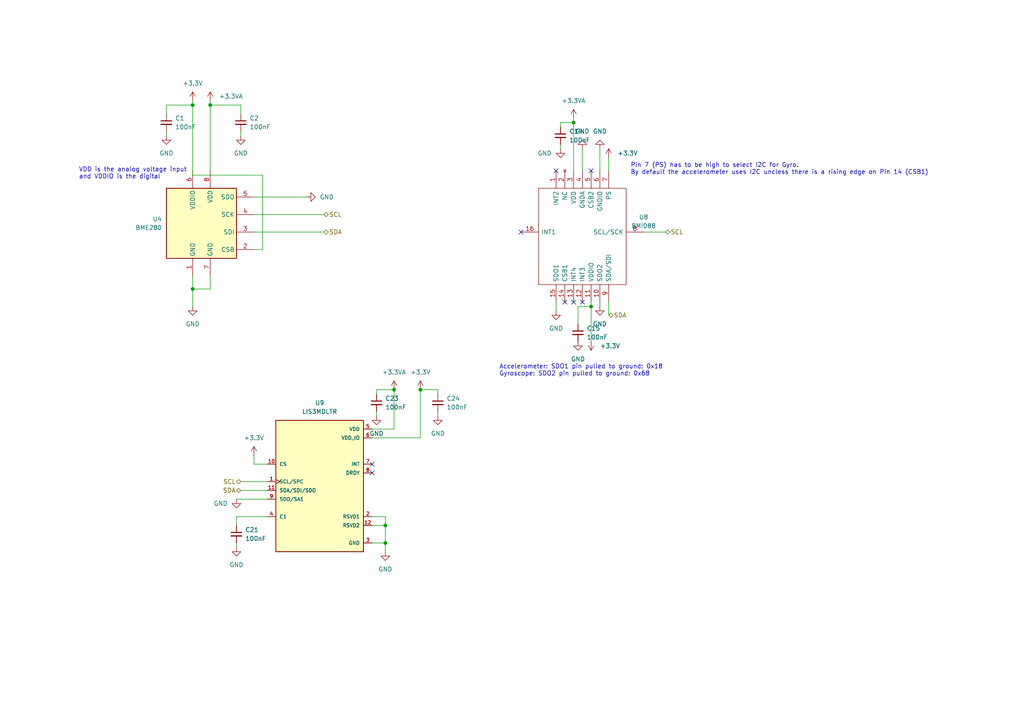
<source format=kicad_sch>
(kicad_sch (version 20211123) (generator eeschema)

  (uuid 2d7691d2-535b-4516-ba69-67d360335a53)

  (paper "A4")

  (lib_symbols
    (symbol "Components:BMI088" (pin_names (offset 0.762)) (in_bom yes) (on_board yes)
      (property "Reference" "IC" (id 0) (at 31.75 17.78 0)
        (effects (font (size 1.27 1.27)) (justify left))
      )
      (property "Value" "BMI088" (id 1) (at 31.75 15.24 0)
        (effects (font (size 1.27 1.27)) (justify left))
      )
      (property "Footprint" "Components:BMI088" (id 2) (at 31.75 12.7 0)
        (effects (font (size 1.27 1.27)) (justify left) hide)
      )
      (property "Datasheet" "https://datasheet.datasheetarchive.com/originals/distributors/Datasheets_SAMA/994c3bf88e91a9e9fead6a819d348e4d.pdf" (id 3) (at 31.75 10.16 0)
        (effects (font (size 1.27 1.27)) (justify left) hide)
      )
      (property "Description" "Inertial Measurement Unit Digital Output 2.5V/3.3V Automotive" (id 4) (at 31.75 7.62 0)
        (effects (font (size 1.27 1.27)) (justify left) hide)
      )
      (property "Height" "1.45" (id 5) (at 31.75 5.08 0)
        (effects (font (size 1.27 1.27)) (justify left) hide)
      )
      (property "Manufacturer_Name" "BOSCH" (id 6) (at 31.75 2.54 0)
        (effects (font (size 1.27 1.27)) (justify left) hide)
      )
      (property "Manufacturer_Part_Number" "BMI088" (id 7) (at 31.75 0 0)
        (effects (font (size 1.27 1.27)) (justify left) hide)
      )
      (property "Mouser Part Number" "262-BMI088" (id 8) (at 31.75 -2.54 0)
        (effects (font (size 1.27 1.27)) (justify left) hide)
      )
      (property "Mouser Price/Stock" "https://www.mouser.co.uk/ProductDetail/Bosch-Sensortec/BMI088?qs=f9yNj16SXrIMFspTV6RB6Q%3D%3D" (id 9) (at 31.75 -5.08 0)
        (effects (font (size 1.27 1.27)) (justify left) hide)
      )
      (property "Arrow Part Number" "BMI088" (id 10) (at 31.75 -7.62 0)
        (effects (font (size 1.27 1.27)) (justify left) hide)
      )
      (property "Arrow Price/Stock" "https://www.arrow.com/en/products/bmi088/bosch?region=europe" (id 11) (at 31.75 -10.16 0)
        (effects (font (size 1.27 1.27)) (justify left) hide)
      )
      (property "ki_description" "Inertial Measurement Unit Digital Output 2.5V/3.3V Automotive" (id 12) (at 0 0 0)
        (effects (font (size 1.27 1.27)) hide)
      )
      (symbol "BMI088_0_0"
        (pin passive line (at 10.16 17.78 270) (length 5.08)
          (name "INT2" (effects (font (size 1.27 1.27))))
          (number "1" (effects (font (size 1.27 1.27))))
        )
        (pin passive line (at 22.86 -20.32 90) (length 5.08)
          (name "SDO2" (effects (font (size 1.27 1.27))))
          (number "10" (effects (font (size 1.27 1.27))))
        )
        (pin passive line (at 20.32 -20.32 90) (length 5.08)
          (name "VDDIO" (effects (font (size 1.27 1.27))))
          (number "11" (effects (font (size 1.27 1.27))))
        )
        (pin passive line (at 17.78 -20.32 90) (length 5.08)
          (name "INT3" (effects (font (size 1.27 1.27))))
          (number "12" (effects (font (size 1.27 1.27))))
        )
        (pin passive line (at 15.24 -20.32 90) (length 5.08)
          (name "INT4" (effects (font (size 1.27 1.27))))
          (number "13" (effects (font (size 1.27 1.27))))
        )
        (pin passive line (at 12.7 -20.32 90) (length 5.08)
          (name "CSB1" (effects (font (size 1.27 1.27))))
          (number "14" (effects (font (size 1.27 1.27))))
        )
        (pin passive line (at 10.16 -20.32 90) (length 5.08)
          (name "SDO1" (effects (font (size 1.27 1.27))))
          (number "15" (effects (font (size 1.27 1.27))))
        )
        (pin passive line (at 0 0 0) (length 5.08)
          (name "INT1" (effects (font (size 1.27 1.27))))
          (number "16" (effects (font (size 1.27 1.27))))
        )
        (pin no_connect line (at 12.7 17.78 270) (length 5.08)
          (name "NC" (effects (font (size 1.27 1.27))))
          (number "2" (effects (font (size 1.27 1.27))))
        )
        (pin passive line (at 15.24 17.78 270) (length 5.08)
          (name "VDD" (effects (font (size 1.27 1.27))))
          (number "3" (effects (font (size 1.27 1.27))))
        )
        (pin passive line (at 17.78 17.78 270) (length 5.08)
          (name "GNDA" (effects (font (size 1.27 1.27))))
          (number "4" (effects (font (size 1.27 1.27))))
        )
        (pin passive line (at 20.32 17.78 270) (length 5.08)
          (name "CSB2" (effects (font (size 1.27 1.27))))
          (number "5" (effects (font (size 1.27 1.27))))
        )
        (pin passive line (at 22.86 17.78 270) (length 5.08)
          (name "GNDIO" (effects (font (size 1.27 1.27))))
          (number "6" (effects (font (size 1.27 1.27))))
        )
        (pin passive line (at 25.4 17.78 270) (length 5.08)
          (name "PS" (effects (font (size 1.27 1.27))))
          (number "7" (effects (font (size 1.27 1.27))))
        )
        (pin passive line (at 35.56 0 180) (length 5.08)
          (name "SCL/SCK" (effects (font (size 1.27 1.27))))
          (number "8" (effects (font (size 1.27 1.27))))
        )
        (pin passive line (at 25.4 -20.32 90) (length 5.08)
          (name "SDA/SDI" (effects (font (size 1.27 1.27))))
          (number "9" (effects (font (size 1.27 1.27))))
        )
      )
      (symbol "BMI088_0_1"
        (polyline
          (pts
            (xy 5.08 12.7)
            (xy 30.48 12.7)
            (xy 30.48 -15.24)
            (xy 5.08 -15.24)
            (xy 5.08 12.7)
          )
          (stroke (width 0.1524) (type default) (color 0 0 0 0))
          (fill (type none))
        )
      )
    )
    (symbol "Components:C_0603" (pin_numbers hide) (pin_names (offset 0.254) hide) (in_bom yes) (on_board yes)
      (property "Reference" "C" (id 0) (at 0.254 1.778 0)
        (effects (font (size 1.27 1.27)) (justify left))
      )
      (property "Value" "C_0603" (id 1) (at 0.254 -2.032 0)
        (effects (font (size 1.27 1.27)) (justify left))
      )
      (property "Footprint" "Components:C_0603_1608Metric" (id 2) (at 0 0 0)
        (effects (font (size 1.27 1.27)) hide)
      )
      (property "Datasheet" "~" (id 3) (at 0 0 0)
        (effects (font (size 1.27 1.27)) hide)
      )
      (property "ki_keywords" "capacitor cap" (id 4) (at 0 0 0)
        (effects (font (size 1.27 1.27)) hide)
      )
      (property "ki_description" "Unpolarized capacitor, small symbol" (id 5) (at 0 0 0)
        (effects (font (size 1.27 1.27)) hide)
      )
      (property "ki_fp_filters" "C_*" (id 6) (at 0 0 0)
        (effects (font (size 1.27 1.27)) hide)
      )
      (symbol "C_0603_0_1"
        (polyline
          (pts
            (xy -1.524 -0.508)
            (xy 1.524 -0.508)
          )
          (stroke (width 0.3302) (type default) (color 0 0 0 0))
          (fill (type none))
        )
        (polyline
          (pts
            (xy -1.524 0.508)
            (xy 1.524 0.508)
          )
          (stroke (width 0.3048) (type default) (color 0 0 0 0))
          (fill (type none))
        )
      )
      (symbol "C_0603_1_1"
        (pin passive line (at 0 2.54 270) (length 2.032)
          (name "~" (effects (font (size 1.27 1.27))))
          (number "1" (effects (font (size 1.27 1.27))))
        )
        (pin passive line (at 0 -2.54 90) (length 2.032)
          (name "~" (effects (font (size 1.27 1.27))))
          (number "2" (effects (font (size 1.27 1.27))))
        )
      )
    )
    (symbol "Components:LIS3MDLTR" (pin_names (offset 1.016)) (in_bom yes) (on_board yes)
      (property "Reference" "U" (id 0) (at -12.7065 18.2947 0)
        (effects (font (size 1.27 1.27)) (justify left bottom))
      )
      (property "Value" "LIS3MDLTR" (id 1) (at -12.7188 -22.8826 0)
        (effects (font (size 1.27 1.27)) (justify left bottom))
      )
      (property "Footprint" "Components:XDCR_LIS3MDLTR" (id 2) (at 0 0 0)
        (effects (font (size 1.27 1.27)) (justify bottom) hide)
      )
      (property "Datasheet" "" (id 3) (at 0 0 0)
        (effects (font (size 1.27 1.27)) hide)
      )
      (property "PRICE" "None" (id 4) (at 0 0 0)
        (effects (font (size 1.27 1.27)) (justify bottom) hide)
      )
      (property "MF" "STMicroelectronics" (id 5) (at 0 0 0)
        (effects (font (size 1.27 1.27)) (justify bottom) hide)
      )
      (property "STANDARD" "Manufacturer Recommendation" (id 6) (at 0 0 0)
        (effects (font (size 1.27 1.27)) (justify bottom) hide)
      )
      (property "PARTREV" "6" (id 7) (at 0 0 0)
        (effects (font (size 1.27 1.27)) (justify bottom) hide)
      )
      (property "MP" "LIS3MDLTR" (id 8) (at 0 0 0)
        (effects (font (size 1.27 1.27)) (justify bottom) hide)
      )
      (property "DESCRIPTION" "LIS3MDL Series 3 Axis ±2/±8/±12/±16 g 3.6V High Performance Magnetometer LGA-12" (id 9) (at 0 0 0)
        (effects (font (size 1.27 1.27)) (justify bottom) hide)
      )
      (property "PACKAGE" "VFLGA-12 STMicroelectronics" (id 10) (at 0 0 0)
        (effects (font (size 1.27 1.27)) (justify bottom) hide)
      )
      (property "AVAILABILITY" "Unavailable" (id 11) (at 0 0 0)
        (effects (font (size 1.27 1.27)) (justify bottom) hide)
      )
      (property "MAXIMUM_PACKAGE_HEIGHT" "1mm" (id 12) (at 0 0 0)
        (effects (font (size 1.27 1.27)) (justify bottom) hide)
      )
      (symbol "LIS3MDLTR_0_0"
        (rectangle (start -12.7 -20.32) (end 12.7 17.78)
          (stroke (width 0.254) (type default) (color 0 0 0 0))
          (fill (type background))
        )
        (pin input clock (at -15.24 0 0) (length 2.54)
          (name "SCL/SPC" (effects (font (size 1.016 1.016))))
          (number "1" (effects (font (size 1.016 1.016))))
        )
        (pin input line (at -15.24 5.08 0) (length 2.54)
          (name "CS" (effects (font (size 1.016 1.016))))
          (number "10" (effects (font (size 1.016 1.016))))
        )
        (pin bidirectional line (at -15.24 -2.54 0) (length 2.54)
          (name "SDA/SDI/SDO" (effects (font (size 1.016 1.016))))
          (number "11" (effects (font (size 1.016 1.016))))
        )
        (pin passive line (at 15.24 -12.7 180) (length 2.54)
          (name "RSVD2" (effects (font (size 1.016 1.016))))
          (number "12" (effects (font (size 1.016 1.016))))
        )
        (pin passive line (at 15.24 -10.16 180) (length 2.54)
          (name "RSVD1" (effects (font (size 1.016 1.016))))
          (number "2" (effects (font (size 1.016 1.016))))
        )
        (pin power_in line (at 15.24 -17.78 180) (length 2.54)
          (name "GND" (effects (font (size 1.016 1.016))))
          (number "3" (effects (font (size 1.016 1.016))))
        )
        (pin passive line (at -15.24 -10.16 0) (length 2.54)
          (name "C1" (effects (font (size 1.016 1.016))))
          (number "4" (effects (font (size 1.016 1.016))))
        )
        (pin power_in line (at 15.24 15.24 180) (length 2.54)
          (name "VDD" (effects (font (size 1.016 1.016))))
          (number "5" (effects (font (size 1.016 1.016))))
        )
        (pin power_in line (at 15.24 12.7 180) (length 2.54)
          (name "VDD_IO" (effects (font (size 1.016 1.016))))
          (number "6" (effects (font (size 1.016 1.016))))
        )
        (pin output line (at 15.24 5.08 180) (length 2.54)
          (name "INT" (effects (font (size 1.016 1.016))))
          (number "7" (effects (font (size 1.016 1.016))))
        )
        (pin output line (at 15.24 2.54 180) (length 2.54)
          (name "DRDY" (effects (font (size 1.016 1.016))))
          (number "8" (effects (font (size 1.016 1.016))))
        )
        (pin bidirectional line (at -15.24 -5.08 0) (length 2.54)
          (name "SDO/SA1" (effects (font (size 1.016 1.016))))
          (number "9" (effects (font (size 1.016 1.016))))
        )
      )
    )
    (symbol "Sensor:BME280" (in_bom yes) (on_board yes)
      (property "Reference" "U" (id 0) (at -8.89 11.43 0)
        (effects (font (size 1.27 1.27)))
      )
      (property "Value" "BME280" (id 1) (at 7.62 11.43 0)
        (effects (font (size 1.27 1.27)))
      )
      (property "Footprint" "Package_LGA:Bosch_LGA-8_2.5x2.5mm_P0.65mm_ClockwisePinNumbering" (id 2) (at 38.1 -11.43 0)
        (effects (font (size 1.27 1.27)) hide)
      )
      (property "Datasheet" "https://ae-bst.resource.bosch.com/media/_tech/media/datasheets/BST-BME280-DS002.pdf" (id 3) (at 0 -5.08 0)
        (effects (font (size 1.27 1.27)) hide)
      )
      (property "ki_keywords" "Bosch pressure humidity temperature environment environmental measurement digital" (id 4) (at 0 0 0)
        (effects (font (size 1.27 1.27)) hide)
      )
      (property "ki_description" "3-in-1 sensor, humidity, pressure, temperature, I2C and SPI interface, 1.71-3.6V, LGA-8" (id 5) (at 0 0 0)
        (effects (font (size 1.27 1.27)) hide)
      )
      (property "ki_fp_filters" "*LGA*2.5x2.5mm*P0.65mm*Clockwise*" (id 6) (at 0 0 0)
        (effects (font (size 1.27 1.27)) hide)
      )
      (symbol "BME280_0_1"
        (rectangle (start -10.16 10.16) (end 10.16 -10.16)
          (stroke (width 0.254) (type default) (color 0 0 0 0))
          (fill (type background))
        )
      )
      (symbol "BME280_1_1"
        (pin power_in line (at -2.54 -15.24 90) (length 5.08)
          (name "GND" (effects (font (size 1.27 1.27))))
          (number "1" (effects (font (size 1.27 1.27))))
        )
        (pin input line (at 15.24 -7.62 180) (length 5.08)
          (name "CSB" (effects (font (size 1.27 1.27))))
          (number "2" (effects (font (size 1.27 1.27))))
        )
        (pin bidirectional line (at 15.24 -2.54 180) (length 5.08)
          (name "SDI" (effects (font (size 1.27 1.27))))
          (number "3" (effects (font (size 1.27 1.27))))
        )
        (pin input line (at 15.24 2.54 180) (length 5.08)
          (name "SCK" (effects (font (size 1.27 1.27))))
          (number "4" (effects (font (size 1.27 1.27))))
        )
        (pin bidirectional line (at 15.24 7.62 180) (length 5.08)
          (name "SDO" (effects (font (size 1.27 1.27))))
          (number "5" (effects (font (size 1.27 1.27))))
        )
        (pin power_in line (at -2.54 15.24 270) (length 5.08)
          (name "VDDIO" (effects (font (size 1.27 1.27))))
          (number "6" (effects (font (size 1.27 1.27))))
        )
        (pin power_in line (at 2.54 -15.24 90) (length 5.08)
          (name "GND" (effects (font (size 1.27 1.27))))
          (number "7" (effects (font (size 1.27 1.27))))
        )
        (pin power_in line (at 2.54 15.24 270) (length 5.08)
          (name "VDD" (effects (font (size 1.27 1.27))))
          (number "8" (effects (font (size 1.27 1.27))))
        )
      )
    )
    (symbol "power:+3.3V" (power) (pin_names (offset 0)) (in_bom yes) (on_board yes)
      (property "Reference" "#PWR" (id 0) (at 0 -3.81 0)
        (effects (font (size 1.27 1.27)) hide)
      )
      (property "Value" "+3.3V" (id 1) (at 0 3.556 0)
        (effects (font (size 1.27 1.27)))
      )
      (property "Footprint" "" (id 2) (at 0 0 0)
        (effects (font (size 1.27 1.27)) hide)
      )
      (property "Datasheet" "" (id 3) (at 0 0 0)
        (effects (font (size 1.27 1.27)) hide)
      )
      (property "ki_keywords" "power-flag" (id 4) (at 0 0 0)
        (effects (font (size 1.27 1.27)) hide)
      )
      (property "ki_description" "Power symbol creates a global label with name \"+3.3V\"" (id 5) (at 0 0 0)
        (effects (font (size 1.27 1.27)) hide)
      )
      (symbol "+3.3V_0_1"
        (polyline
          (pts
            (xy -0.762 1.27)
            (xy 0 2.54)
          )
          (stroke (width 0) (type default) (color 0 0 0 0))
          (fill (type none))
        )
        (polyline
          (pts
            (xy 0 0)
            (xy 0 2.54)
          )
          (stroke (width 0) (type default) (color 0 0 0 0))
          (fill (type none))
        )
        (polyline
          (pts
            (xy 0 2.54)
            (xy 0.762 1.27)
          )
          (stroke (width 0) (type default) (color 0 0 0 0))
          (fill (type none))
        )
      )
      (symbol "+3.3V_1_1"
        (pin power_in line (at 0 0 90) (length 0) hide
          (name "+3.3V" (effects (font (size 1.27 1.27))))
          (number "1" (effects (font (size 1.27 1.27))))
        )
      )
    )
    (symbol "power:+3.3VA" (power) (pin_names (offset 0)) (in_bom yes) (on_board yes)
      (property "Reference" "#PWR" (id 0) (at 0 -3.81 0)
        (effects (font (size 1.27 1.27)) hide)
      )
      (property "Value" "+3.3VA" (id 1) (at 0 3.556 0)
        (effects (font (size 1.27 1.27)))
      )
      (property "Footprint" "" (id 2) (at 0 0 0)
        (effects (font (size 1.27 1.27)) hide)
      )
      (property "Datasheet" "" (id 3) (at 0 0 0)
        (effects (font (size 1.27 1.27)) hide)
      )
      (property "ki_keywords" "power-flag" (id 4) (at 0 0 0)
        (effects (font (size 1.27 1.27)) hide)
      )
      (property "ki_description" "Power symbol creates a global label with name \"+3.3VA\"" (id 5) (at 0 0 0)
        (effects (font (size 1.27 1.27)) hide)
      )
      (symbol "+3.3VA_0_1"
        (polyline
          (pts
            (xy -0.762 1.27)
            (xy 0 2.54)
          )
          (stroke (width 0) (type default) (color 0 0 0 0))
          (fill (type none))
        )
        (polyline
          (pts
            (xy 0 0)
            (xy 0 2.54)
          )
          (stroke (width 0) (type default) (color 0 0 0 0))
          (fill (type none))
        )
        (polyline
          (pts
            (xy 0 2.54)
            (xy 0.762 1.27)
          )
          (stroke (width 0) (type default) (color 0 0 0 0))
          (fill (type none))
        )
      )
      (symbol "+3.3VA_1_1"
        (pin power_in line (at 0 0 90) (length 0) hide
          (name "+3.3VA" (effects (font (size 1.27 1.27))))
          (number "1" (effects (font (size 1.27 1.27))))
        )
      )
    )
    (symbol "power:GND" (power) (pin_names (offset 0)) (in_bom yes) (on_board yes)
      (property "Reference" "#PWR" (id 0) (at 0 -6.35 0)
        (effects (font (size 1.27 1.27)) hide)
      )
      (property "Value" "GND" (id 1) (at 0 -3.81 0)
        (effects (font (size 1.27 1.27)))
      )
      (property "Footprint" "" (id 2) (at 0 0 0)
        (effects (font (size 1.27 1.27)) hide)
      )
      (property "Datasheet" "" (id 3) (at 0 0 0)
        (effects (font (size 1.27 1.27)) hide)
      )
      (property "ki_keywords" "power-flag" (id 4) (at 0 0 0)
        (effects (font (size 1.27 1.27)) hide)
      )
      (property "ki_description" "Power symbol creates a global label with name \"GND\" , ground" (id 5) (at 0 0 0)
        (effects (font (size 1.27 1.27)) hide)
      )
      (symbol "GND_0_1"
        (polyline
          (pts
            (xy 0 0)
            (xy 0 -1.27)
            (xy 1.27 -1.27)
            (xy 0 -2.54)
            (xy -1.27 -1.27)
            (xy 0 -1.27)
          )
          (stroke (width 0) (type default) (color 0 0 0 0))
          (fill (type none))
        )
      )
      (symbol "GND_1_1"
        (pin power_in line (at 0 0 270) (length 0) hide
          (name "GND" (effects (font (size 1.27 1.27))))
          (number "1" (effects (font (size 1.27 1.27))))
        )
      )
    )
  )

  (junction (at 55.88 30.48) (diameter 0) (color 0 0 0 0)
    (uuid 0b696fdd-c614-4772-b1c8-024aa3392b0b)
  )
  (junction (at 166.37 35.56) (diameter 0) (color 0 0 0 0)
    (uuid 3cecc111-692a-47e8-9bee-03d316a5be0c)
  )
  (junction (at 114.3 113.03) (diameter 0) (color 0 0 0 0)
    (uuid 4e1e5c28-b260-474c-891e-0abd2aa83407)
  )
  (junction (at 111.76 152.4) (diameter 0) (color 0 0 0 0)
    (uuid 61e5993f-edfa-4b65-911a-0739267fa23b)
  )
  (junction (at 55.88 83.82) (diameter 0) (color 0 0 0 0)
    (uuid 6dc93bff-1846-47a3-907d-5d1d27a09352)
  )
  (junction (at 121.92 113.03) (diameter 0) (color 0 0 0 0)
    (uuid a82345eb-62c9-41a2-b822-d9ac64d5d487)
  )
  (junction (at 171.45 88.9) (diameter 0) (color 0 0 0 0)
    (uuid a89ffc94-39fa-4850-88c4-0b1910382dd1)
  )
  (junction (at 111.76 157.48) (diameter 0) (color 0 0 0 0)
    (uuid b3b97c5d-0b00-4408-a5f0-511a1a3998db)
  )
  (junction (at 60.96 30.48) (diameter 0) (color 0 0 0 0)
    (uuid cb96917c-3cb1-4814-8e6b-7011b279b2ba)
  )

  (no_connect (at 107.95 134.62) (uuid 1639ff97-d076-49df-8a15-622aa9e587ca))
  (no_connect (at 107.95 137.16) (uuid 1639ff97-d076-49df-8a15-622aa9e587cb))
  (no_connect (at 166.37 87.63) (uuid 334f459d-a1c0-4857-8a74-32fd5aa6a432))
  (no_connect (at 151.13 67.31) (uuid 334f459d-a1c0-4857-8a74-32fd5aa6a433))
  (no_connect (at 168.91 87.63) (uuid 334f459d-a1c0-4857-8a74-32fd5aa6a434))
  (no_connect (at 163.83 87.63) (uuid 334f459d-a1c0-4857-8a74-32fd5aa6a435))
  (no_connect (at 171.45 49.53) (uuid 4a1ffbda-3005-4756-848a-4528f2bf723c))
  (no_connect (at 161.29 49.53) (uuid 4a1ffbda-3005-4756-848a-4528f2bf723d))

  (wire (pts (xy 171.45 88.9) (xy 171.45 99.06))
    (stroke (width 0) (type default) (color 0 0 0 0))
    (uuid 0285c2cd-66cd-4114-8727-7a46a6522520)
  )
  (wire (pts (xy 68.58 149.86) (xy 77.47 149.86))
    (stroke (width 0) (type default) (color 0 0 0 0))
    (uuid 02e612f5-ed80-4381-8f20-a3a813dfe110)
  )
  (wire (pts (xy 107.95 127) (xy 121.92 127))
    (stroke (width 0) (type default) (color 0 0 0 0))
    (uuid 05e7b893-cbd7-46cd-9028-0837cb8ca6a0)
  )
  (wire (pts (xy 171.45 87.63) (xy 171.45 88.9))
    (stroke (width 0) (type default) (color 0 0 0 0))
    (uuid 08fb5341-7c80-446f-9c37-965daa3bc8c9)
  )
  (wire (pts (xy 69.85 38.1) (xy 69.85 39.37))
    (stroke (width 0) (type default) (color 0 0 0 0))
    (uuid 09bdbdaf-c5dc-46c0-a7ca-008d5f3f6d20)
  )
  (wire (pts (xy 48.26 33.02) (xy 48.26 30.48))
    (stroke (width 0) (type default) (color 0 0 0 0))
    (uuid 0cb83565-cc0c-45fc-8a7f-1b810b0e03bc)
  )
  (wire (pts (xy 60.96 29.21) (xy 60.96 30.48))
    (stroke (width 0) (type default) (color 0 0 0 0))
    (uuid 1249bf39-7fb3-4779-ba9e-27e3afb0ea16)
  )
  (wire (pts (xy 73.66 57.15) (xy 88.9 57.15))
    (stroke (width 0) (type default) (color 0 0 0 0))
    (uuid 1270addc-1495-479d-a9c5-abb394658d86)
  )
  (wire (pts (xy 68.58 152.4) (xy 68.58 149.86))
    (stroke (width 0) (type default) (color 0 0 0 0))
    (uuid 1837ab40-14b0-48b5-89e1-4da59147cce0)
  )
  (wire (pts (xy 162.56 35.56) (xy 166.37 35.56))
    (stroke (width 0) (type default) (color 0 0 0 0))
    (uuid 24e4a6b2-9adf-4c97-9c78-1b402225d36b)
  )
  (wire (pts (xy 173.99 43.18) (xy 173.99 49.53))
    (stroke (width 0) (type default) (color 0 0 0 0))
    (uuid 378b676a-9403-434c-8572-ebf300d4445b)
  )
  (wire (pts (xy 111.76 160.02) (xy 111.76 157.48))
    (stroke (width 0) (type default) (color 0 0 0 0))
    (uuid 38a92108-e7fc-4b09-90d2-ca1a56e751cf)
  )
  (wire (pts (xy 114.3 124.46) (xy 114.3 113.03))
    (stroke (width 0) (type default) (color 0 0 0 0))
    (uuid 3a2f7745-71bc-404e-b7af-c1b2eb1570e3)
  )
  (wire (pts (xy 107.95 157.48) (xy 111.76 157.48))
    (stroke (width 0) (type default) (color 0 0 0 0))
    (uuid 3c7e63e4-30ef-41cc-ae4b-c68c9977877f)
  )
  (wire (pts (xy 111.76 157.48) (xy 111.76 152.4))
    (stroke (width 0) (type default) (color 0 0 0 0))
    (uuid 3e162ceb-0284-4cd8-befa-211b7d0d4da8)
  )
  (wire (pts (xy 111.76 149.86) (xy 107.95 149.86))
    (stroke (width 0) (type default) (color 0 0 0 0))
    (uuid 3e72ea4e-7a72-44da-96ff-7bddc7ba9425)
  )
  (wire (pts (xy 55.88 83.82) (xy 55.88 88.9))
    (stroke (width 0) (type default) (color 0 0 0 0))
    (uuid 402cdcff-8eb3-4778-9e98-e628de2188ed)
  )
  (wire (pts (xy 173.99 87.63) (xy 173.99 88.9))
    (stroke (width 0) (type default) (color 0 0 0 0))
    (uuid 46020a3f-7c5f-4f06-b199-9f8e179f5928)
  )
  (wire (pts (xy 109.22 120.65) (xy 109.22 119.38))
    (stroke (width 0) (type default) (color 0 0 0 0))
    (uuid 4d4892b2-925d-49cf-adef-0d347a5c4778)
  )
  (wire (pts (xy 127 120.65) (xy 127 119.38))
    (stroke (width 0) (type default) (color 0 0 0 0))
    (uuid 64a072c5-3808-472f-b8e8-3934181417d6)
  )
  (wire (pts (xy 73.66 72.39) (xy 76.2 72.39))
    (stroke (width 0) (type default) (color 0 0 0 0))
    (uuid 6a645087-f500-4ebd-b2ce-04ee63d36bfc)
  )
  (wire (pts (xy 127 113.03) (xy 121.92 113.03))
    (stroke (width 0) (type default) (color 0 0 0 0))
    (uuid 6d21a4ed-b791-42e3-9db2-c66dac82934f)
  )
  (wire (pts (xy 68.58 158.75) (xy 68.58 157.48))
    (stroke (width 0) (type default) (color 0 0 0 0))
    (uuid 72b82d63-ce6e-4196-8255-3fe387cc9f79)
  )
  (wire (pts (xy 60.96 80.01) (xy 60.96 83.82))
    (stroke (width 0) (type default) (color 0 0 0 0))
    (uuid 742ddf18-85fb-4194-9753-047eea641662)
  )
  (wire (pts (xy 55.88 29.21) (xy 55.88 30.48))
    (stroke (width 0) (type default) (color 0 0 0 0))
    (uuid 74a2f208-fe87-4bce-9a92-06af65f39ec5)
  )
  (wire (pts (xy 69.85 142.24) (xy 77.47 142.24))
    (stroke (width 0) (type default) (color 0 0 0 0))
    (uuid 79726a67-4ef4-4547-a2ed-c3d5d2e39a83)
  )
  (wire (pts (xy 166.37 35.56) (xy 166.37 49.53))
    (stroke (width 0) (type default) (color 0 0 0 0))
    (uuid 875a8d07-efa1-4ba7-9a04-907909094584)
  )
  (wire (pts (xy 55.88 30.48) (xy 55.88 50.8))
    (stroke (width 0) (type default) (color 0 0 0 0))
    (uuid 8a156fb8-b619-4e9d-b59a-44b50ce33c0f)
  )
  (wire (pts (xy 168.91 43.18) (xy 168.91 49.53))
    (stroke (width 0) (type default) (color 0 0 0 0))
    (uuid 94a99882-8643-4d07-8073-07fa3968f7d0)
  )
  (wire (pts (xy 55.88 80.01) (xy 55.88 83.82))
    (stroke (width 0) (type default) (color 0 0 0 0))
    (uuid 962e99b0-08f3-4169-9036-b2ae0a2dbabc)
  )
  (wire (pts (xy 127 114.3) (xy 127 113.03))
    (stroke (width 0) (type default) (color 0 0 0 0))
    (uuid 974fdfa3-b064-404a-94e5-71b4ce0b9fd7)
  )
  (wire (pts (xy 73.66 67.31) (xy 93.98 67.31))
    (stroke (width 0) (type default) (color 0 0 0 0))
    (uuid 98ca4f8c-63b8-4425-8c4c-871387a2fb29)
  )
  (wire (pts (xy 73.66 62.23) (xy 93.98 62.23))
    (stroke (width 0) (type default) (color 0 0 0 0))
    (uuid 9e04f0df-4d20-47e3-bfec-996663491c63)
  )
  (wire (pts (xy 107.95 152.4) (xy 111.76 152.4))
    (stroke (width 0) (type default) (color 0 0 0 0))
    (uuid a307be78-961e-4f9d-ac27-71b894b10143)
  )
  (wire (pts (xy 73.66 134.62) (xy 77.47 134.62))
    (stroke (width 0) (type default) (color 0 0 0 0))
    (uuid a6b2a61c-ae95-499b-b1e6-4261c31a47aa)
  )
  (wire (pts (xy 107.95 124.46) (xy 114.3 124.46))
    (stroke (width 0) (type default) (color 0 0 0 0))
    (uuid aa6bc92b-ada8-496d-9b85-6ebd07f8250f)
  )
  (wire (pts (xy 55.88 50.8) (xy 76.2 50.8))
    (stroke (width 0) (type default) (color 0 0 0 0))
    (uuid ae82b9bc-c132-40c9-a71d-1421bfa66c27)
  )
  (wire (pts (xy 176.53 45.72) (xy 176.53 49.53))
    (stroke (width 0) (type default) (color 0 0 0 0))
    (uuid b1e95785-a183-4431-93b8-a4c3e6c8a334)
  )
  (wire (pts (xy 60.96 30.48) (xy 69.85 30.48))
    (stroke (width 0) (type default) (color 0 0 0 0))
    (uuid b27c478b-22f3-4b4e-b562-bbbe6cb47eb4)
  )
  (wire (pts (xy 68.58 144.78) (xy 77.47 144.78))
    (stroke (width 0) (type default) (color 0 0 0 0))
    (uuid b3a5d0c2-bc7e-425e-91c9-9cd670ec9699)
  )
  (wire (pts (xy 162.56 36.83) (xy 162.56 35.56))
    (stroke (width 0) (type default) (color 0 0 0 0))
    (uuid b6d462be-4963-40d8-9bac-88895b7a4d12)
  )
  (wire (pts (xy 176.53 87.63) (xy 176.53 91.44))
    (stroke (width 0) (type default) (color 0 0 0 0))
    (uuid ba06a94b-ade3-4844-92fb-31da461df0be)
  )
  (wire (pts (xy 109.22 113.03) (xy 114.3 113.03))
    (stroke (width 0) (type default) (color 0 0 0 0))
    (uuid bd71de4d-39ad-4845-a437-3bf44a3b60ad)
  )
  (wire (pts (xy 69.85 33.02) (xy 69.85 30.48))
    (stroke (width 0) (type default) (color 0 0 0 0))
    (uuid c1d0c780-304a-4d25-9322-6d350f7cb673)
  )
  (wire (pts (xy 161.29 87.63) (xy 161.29 90.17))
    (stroke (width 0) (type default) (color 0 0 0 0))
    (uuid c8f18693-3707-4c85-b3af-f4c58c971038)
  )
  (wire (pts (xy 109.22 114.3) (xy 109.22 113.03))
    (stroke (width 0) (type default) (color 0 0 0 0))
    (uuid c94c31b1-3c94-403f-a894-a94d76575186)
  )
  (wire (pts (xy 167.64 88.9) (xy 171.45 88.9))
    (stroke (width 0) (type default) (color 0 0 0 0))
    (uuid ca613c1f-71fb-45d0-b867-839ea77ed00e)
  )
  (wire (pts (xy 166.37 34.29) (xy 166.37 35.56))
    (stroke (width 0) (type default) (color 0 0 0 0))
    (uuid cac4bed6-896f-435e-ae67-1a299a727301)
  )
  (wire (pts (xy 121.92 127) (xy 121.92 113.03))
    (stroke (width 0) (type default) (color 0 0 0 0))
    (uuid cd1d7de8-186a-4c93-b2aa-591f69a06319)
  )
  (wire (pts (xy 111.76 152.4) (xy 111.76 149.86))
    (stroke (width 0) (type default) (color 0 0 0 0))
    (uuid ceba5a47-bda4-4d84-a96c-0121a932e7b6)
  )
  (wire (pts (xy 73.66 132.08) (xy 73.66 134.62))
    (stroke (width 0) (type default) (color 0 0 0 0))
    (uuid cfec7b2e-13be-41f9-8b9d-117c2d297be6)
  )
  (wire (pts (xy 55.88 83.82) (xy 60.96 83.82))
    (stroke (width 0) (type default) (color 0 0 0 0))
    (uuid d770bedc-a6c4-4187-a6c5-d568df0ee636)
  )
  (wire (pts (xy 76.2 72.39) (xy 76.2 50.8))
    (stroke (width 0) (type default) (color 0 0 0 0))
    (uuid d8ddb25a-a5a5-4015-b4b4-5933ab4da597)
  )
  (wire (pts (xy 162.56 41.91) (xy 162.56 43.18))
    (stroke (width 0) (type default) (color 0 0 0 0))
    (uuid dac2e87c-4d70-4f5b-9f84-dc46fcb65450)
  )
  (wire (pts (xy 69.85 139.7) (xy 77.47 139.7))
    (stroke (width 0) (type default) (color 0 0 0 0))
    (uuid defbf75a-6e4b-4564-bdcf-f4e1bf26fa27)
  )
  (wire (pts (xy 48.26 38.1) (xy 48.26 39.37))
    (stroke (width 0) (type default) (color 0 0 0 0))
    (uuid eab2b363-4296-4dd2-9930-01f038ff5fe2)
  )
  (wire (pts (xy 60.96 30.48) (xy 60.96 49.53))
    (stroke (width 0) (type default) (color 0 0 0 0))
    (uuid ef4e1252-aac8-431d-a815-693663702631)
  )
  (wire (pts (xy 48.26 30.48) (xy 55.88 30.48))
    (stroke (width 0) (type default) (color 0 0 0 0))
    (uuid ef81114c-ddbc-4042-8b33-9f7944f87880)
  )
  (wire (pts (xy 186.69 67.31) (xy 193.04 67.31))
    (stroke (width 0) (type default) (color 0 0 0 0))
    (uuid f0bd7750-2a46-412b-bb0f-6e38674b8c74)
  )
  (wire (pts (xy 167.64 88.9) (xy 167.64 93.98))
    (stroke (width 0) (type default) (color 0 0 0 0))
    (uuid f90bcedc-092b-45ea-be95-10f4d083eea3)
  )

  (text "VDD is the analog voltage input \nand VDDIO is the digital\n"
    (at 22.86 52.07 0)
    (effects (font (size 1.27 1.27)) (justify left bottom))
    (uuid 5202f843-77b0-4959-ad70-f9e15d70a290)
  )
  (text "Pin 7 (PS) has to be high to select I2C for Gyro. \nBy default the accelerometer uses I2C uncless there is a rising edge on Pin 14 (CSB1) \n"
    (at 182.88 50.8 0)
    (effects (font (size 1.27 1.27)) (justify left bottom))
    (uuid 55ff1597-6d3b-413f-8cac-a1395d4d09b3)
  )
  (text "Accelerometer: SDO1 pin pulled to ground: 0x18\nGyroscope: SDO2 pin pulled to ground: 0x68"
    (at 144.78 109.22 0)
    (effects (font (size 1.27 1.27)) (justify left bottom))
    (uuid 5b638b05-806b-4107-a4db-558d65161276)
  )

  (hierarchical_label "SCL" (shape bidirectional) (at 93.98 62.23 0)
    (effects (font (size 1.27 1.27)) (justify left))
    (uuid 09357260-275d-4482-ad77-b7b16f21f1ec)
  )
  (hierarchical_label "SDA" (shape bidirectional) (at 176.53 91.44 0)
    (effects (font (size 1.27 1.27)) (justify left))
    (uuid 16003970-6861-4510-99c8-aee0800730bf)
  )
  (hierarchical_label "SCL" (shape bidirectional) (at 69.85 139.7 180)
    (effects (font (size 1.27 1.27)) (justify right))
    (uuid 22860c0c-db74-4381-840e-7bc0225e3615)
  )
  (hierarchical_label "SDA" (shape bidirectional) (at 69.85 142.24 180)
    (effects (font (size 1.27 1.27)) (justify right))
    (uuid 38e15557-12ef-4232-8011-09592f31103d)
  )
  (hierarchical_label "SCL" (shape bidirectional) (at 193.04 67.31 0)
    (effects (font (size 1.27 1.27)) (justify left))
    (uuid d2d335bc-9f35-48d8-8ee3-ca3ef9491199)
  )
  (hierarchical_label "SDA" (shape bidirectional) (at 93.98 67.31 0)
    (effects (font (size 1.27 1.27)) (justify left))
    (uuid e6da40fa-2b1a-483e-8840-798157fc19ee)
  )

  (symbol (lib_id "power:+3.3VA") (at 166.37 34.29 0) (unit 1)
    (in_bom yes) (on_board yes) (fields_autoplaced)
    (uuid 01b0e2d3-6aab-42b8-a77e-af64a5d93132)
    (property "Reference" "#PWR0143" (id 0) (at 166.37 38.1 0)
      (effects (font (size 1.27 1.27)) hide)
    )
    (property "Value" "+3.3VA" (id 1) (at 166.37 29.21 0))
    (property "Footprint" "" (id 2) (at 166.37 34.29 0)
      (effects (font (size 1.27 1.27)) hide)
    )
    (property "Datasheet" "" (id 3) (at 166.37 34.29 0)
      (effects (font (size 1.27 1.27)) hide)
    )
    (pin "1" (uuid cc647d90-90a9-44b7-9657-e8e0bd0273fc))
  )

  (symbol (lib_id "power:+3.3V") (at 55.88 29.21 0) (unit 1)
    (in_bom yes) (on_board yes) (fields_autoplaced)
    (uuid 0ed6d568-4ff0-4706-981e-644385d4eeaf)
    (property "Reference" "#PWR0103" (id 0) (at 55.88 33.02 0)
      (effects (font (size 1.27 1.27)) hide)
    )
    (property "Value" "+3.3V" (id 1) (at 55.88 24.13 0))
    (property "Footprint" "" (id 2) (at 55.88 29.21 0)
      (effects (font (size 1.27 1.27)) hide)
    )
    (property "Datasheet" "" (id 3) (at 55.88 29.21 0)
      (effects (font (size 1.27 1.27)) hide)
    )
    (pin "1" (uuid 65057aa9-13b6-42ff-8978-cfb2b3b3f14e))
  )

  (symbol (lib_id "Components:C_0603") (at 162.56 39.37 0) (unit 1)
    (in_bom yes) (on_board yes) (fields_autoplaced)
    (uuid 13c0b2ff-92b6-45a5-b2cd-34b07c6e0049)
    (property "Reference" "C14" (id 0) (at 165.1 38.1062 0)
      (effects (font (size 1.27 1.27)) (justify left))
    )
    (property "Value" "100nF" (id 1) (at 165.1 40.6462 0)
      (effects (font (size 1.27 1.27)) (justify left))
    )
    (property "Footprint" "Components:C_0603_1608Metric" (id 2) (at 162.56 39.37 0)
      (effects (font (size 1.27 1.27)) hide)
    )
    (property "Datasheet" "~" (id 3) (at 162.56 39.37 0)
      (effects (font (size 1.27 1.27)) hide)
    )
    (pin "1" (uuid 6cb9a2ff-95d0-4ca6-9f30-74b94c753bc0))
    (pin "2" (uuid 62da00e9-5938-49a2-a4fb-21c25e7177cb))
  )

  (symbol (lib_id "power:+3.3V") (at 171.45 99.06 180) (unit 1)
    (in_bom yes) (on_board yes) (fields_autoplaced)
    (uuid 14272c19-9cda-448c-99ba-6ac744f1e184)
    (property "Reference" "#PWR0137" (id 0) (at 171.45 95.25 0)
      (effects (font (size 1.27 1.27)) hide)
    )
    (property "Value" "+3.3V" (id 1) (at 173.99 100.3299 0)
      (effects (font (size 1.27 1.27)) (justify right))
    )
    (property "Footprint" "" (id 2) (at 171.45 99.06 0)
      (effects (font (size 1.27 1.27)) hide)
    )
    (property "Datasheet" "" (id 3) (at 171.45 99.06 0)
      (effects (font (size 1.27 1.27)) hide)
    )
    (pin "1" (uuid 7cde6a16-374e-448a-9242-3f6c68804522))
  )

  (symbol (lib_id "Components:C_0603") (at 69.85 35.56 0) (unit 1)
    (in_bom yes) (on_board yes) (fields_autoplaced)
    (uuid 1494089a-0dd3-4c7e-afaa-5307d21af995)
    (property "Reference" "C2" (id 0) (at 72.39 34.2962 0)
      (effects (font (size 1.27 1.27)) (justify left))
    )
    (property "Value" "100nF" (id 1) (at 72.39 36.8362 0)
      (effects (font (size 1.27 1.27)) (justify left))
    )
    (property "Footprint" "Components:C_0603_1608Metric" (id 2) (at 69.85 35.56 0)
      (effects (font (size 1.27 1.27)) hide)
    )
    (property "Datasheet" "~" (id 3) (at 69.85 35.56 0)
      (effects (font (size 1.27 1.27)) hide)
    )
    (pin "1" (uuid f372bc5e-900f-41df-8ce8-d11317d51631))
    (pin "2" (uuid d1f5b58f-c896-4f8f-b56b-5cc8340fe642))
  )

  (symbol (lib_id "power:GND") (at 162.56 43.18 0) (unit 1)
    (in_bom yes) (on_board yes) (fields_autoplaced)
    (uuid 189e1ea7-9b11-453f-9666-2914d42912ba)
    (property "Reference" "#PWR0139" (id 0) (at 162.56 49.53 0)
      (effects (font (size 1.27 1.27)) hide)
    )
    (property "Value" "GND" (id 1) (at 160.02 44.4499 0)
      (effects (font (size 1.27 1.27)) (justify right))
    )
    (property "Footprint" "" (id 2) (at 162.56 43.18 0)
      (effects (font (size 1.27 1.27)) hide)
    )
    (property "Datasheet" "" (id 3) (at 162.56 43.18 0)
      (effects (font (size 1.27 1.27)) hide)
    )
    (pin "1" (uuid 95ac3bad-39d1-4c6e-9b2c-39b97af4b114))
  )

  (symbol (lib_id "power:GND") (at 168.91 43.18 180) (unit 1)
    (in_bom yes) (on_board yes) (fields_autoplaced)
    (uuid 20481faf-9cac-4286-b03d-8262e09cee96)
    (property "Reference" "#PWR0140" (id 0) (at 168.91 36.83 0)
      (effects (font (size 1.27 1.27)) hide)
    )
    (property "Value" "GND" (id 1) (at 168.91 38.1 0))
    (property "Footprint" "" (id 2) (at 168.91 43.18 0)
      (effects (font (size 1.27 1.27)) hide)
    )
    (property "Datasheet" "" (id 3) (at 168.91 43.18 0)
      (effects (font (size 1.27 1.27)) hide)
    )
    (pin "1" (uuid a2557eb7-1a9f-489f-ac09-5d6525ff2fc8))
  )

  (symbol (lib_id "Components:BMI088") (at 151.13 67.31 0) (unit 1)
    (in_bom yes) (on_board yes) (fields_autoplaced)
    (uuid 213656ef-6cc2-43c7-a7af-aa49747656c2)
    (property "Reference" "U8" (id 0) (at 186.69 62.9793 0))
    (property "Value" "BMI088" (id 1) (at 186.69 65.5193 0))
    (property "Footprint" "Components:BMI088" (id 2) (at 182.88 54.61 0)
      (effects (font (size 1.27 1.27)) (justify left) hide)
    )
    (property "Datasheet" "https://datasheet.datasheetarchive.com/originals/distributors/Datasheets_SAMA/994c3bf88e91a9e9fead6a819d348e4d.pdf" (id 3) (at 182.88 57.15 0)
      (effects (font (size 1.27 1.27)) (justify left) hide)
    )
    (property "Description" "Inertial Measurement Unit Digital Output 2.5V/3.3V Automotive" (id 4) (at 182.88 59.69 0)
      (effects (font (size 1.27 1.27)) (justify left) hide)
    )
    (property "Height" "1.45" (id 5) (at 182.88 62.23 0)
      (effects (font (size 1.27 1.27)) (justify left) hide)
    )
    (property "Manufacturer_Name" "BOSCH" (id 6) (at 182.88 64.77 0)
      (effects (font (size 1.27 1.27)) (justify left) hide)
    )
    (property "Manufacturer_Part_Number" "BMI088" (id 7) (at 182.88 67.31 0)
      (effects (font (size 1.27 1.27)) (justify left) hide)
    )
    (property "Mouser Part Number" "262-BMI088" (id 8) (at 182.88 69.85 0)
      (effects (font (size 1.27 1.27)) (justify left) hide)
    )
    (property "Mouser Price/Stock" "https://www.mouser.co.uk/ProductDetail/Bosch-Sensortec/BMI088?qs=f9yNj16SXrIMFspTV6RB6Q%3D%3D" (id 9) (at 182.88 72.39 0)
      (effects (font (size 1.27 1.27)) (justify left) hide)
    )
    (property "Arrow Part Number" "BMI088" (id 10) (at 182.88 74.93 0)
      (effects (font (size 1.27 1.27)) (justify left) hide)
    )
    (property "Arrow Price/Stock" "https://www.arrow.com/en/products/bmi088/bosch?region=europe" (id 11) (at 182.88 77.47 0)
      (effects (font (size 1.27 1.27)) (justify left) hide)
    )
    (pin "1" (uuid ea106332-a9bd-44e4-8e89-ebc72b6e14c6))
    (pin "10" (uuid bc811604-783a-474d-8319-0db25def1c61))
    (pin "11" (uuid 0d949a59-fb11-4677-bec9-e0e05907fa27))
    (pin "12" (uuid 1254fc92-7fa7-48d3-92d4-f89f4594b5b9))
    (pin "13" (uuid 93bf7186-70b1-4225-b244-22df49386569))
    (pin "14" (uuid b6b27532-c2b1-474f-ba94-62751889f667))
    (pin "15" (uuid a32c1053-583c-422c-a580-e86294991d45))
    (pin "16" (uuid 8f10b31e-3866-4ed4-b8fb-c4ec6f1c8847))
    (pin "2" (uuid 50b692e3-05c2-4989-a466-46f23f8e5e20))
    (pin "3" (uuid 890f7392-9ec6-4330-b533-557b6248cb51))
    (pin "4" (uuid 90d2c430-3d6f-4afa-a0bc-44b3e01163aa))
    (pin "5" (uuid aa735013-9ea9-4c9f-ae23-1f44634296bb))
    (pin "6" (uuid 7cafef6c-5cd3-4d0e-bd56-e1485f9a02ed))
    (pin "7" (uuid ed76e068-7db8-4c7e-b5e6-cf68c2c8f0b4))
    (pin "8" (uuid af4b9c92-187f-4515-b829-9b04a6118161))
    (pin "9" (uuid 8db23a3b-5033-47e2-9a90-64b4c1f6d3e4))
  )

  (symbol (lib_id "power:GND") (at 68.58 144.78 0) (unit 1)
    (in_bom yes) (on_board yes) (fields_autoplaced)
    (uuid 268973f5-9c55-4078-8d40-7eed042f832f)
    (property "Reference" "#PWR0163" (id 0) (at 68.58 151.13 0)
      (effects (font (size 1.27 1.27)) hide)
    )
    (property "Value" "GND" (id 1) (at 66.04 146.0499 0)
      (effects (font (size 1.27 1.27)) (justify right))
    )
    (property "Footprint" "" (id 2) (at 68.58 144.78 0)
      (effects (font (size 1.27 1.27)) hide)
    )
    (property "Datasheet" "" (id 3) (at 68.58 144.78 0)
      (effects (font (size 1.27 1.27)) hide)
    )
    (pin "1" (uuid 05594e10-f13b-44ad-be2e-faaa986a6f1a))
  )

  (symbol (lib_id "power:+3.3VA") (at 60.96 29.21 0) (unit 1)
    (in_bom yes) (on_board yes) (fields_autoplaced)
    (uuid 275e6250-f94b-40a1-8230-c43fb0e7da95)
    (property "Reference" "#PWR0104" (id 0) (at 60.96 33.02 0)
      (effects (font (size 1.27 1.27)) hide)
    )
    (property "Value" "+3.3VA" (id 1) (at 63.5 27.9399 0)
      (effects (font (size 1.27 1.27)) (justify left))
    )
    (property "Footprint" "" (id 2) (at 60.96 29.21 0)
      (effects (font (size 1.27 1.27)) hide)
    )
    (property "Datasheet" "" (id 3) (at 60.96 29.21 0)
      (effects (font (size 1.27 1.27)) hide)
    )
    (pin "1" (uuid d1a2d3ea-6a5e-4124-99d4-ad62f716ef9f))
  )

  (symbol (lib_id "Components:C_0603") (at 48.26 35.56 0) (unit 1)
    (in_bom yes) (on_board yes) (fields_autoplaced)
    (uuid 290ef2d9-a7a7-40cd-bcbe-6d4903f8532d)
    (property "Reference" "C1" (id 0) (at 50.8 34.2962 0)
      (effects (font (size 1.27 1.27)) (justify left))
    )
    (property "Value" "100nF" (id 1) (at 50.8 36.8362 0)
      (effects (font (size 1.27 1.27)) (justify left))
    )
    (property "Footprint" "Components:C_0603_1608Metric" (id 2) (at 48.26 35.56 0)
      (effects (font (size 1.27 1.27)) hide)
    )
    (property "Datasheet" "~" (id 3) (at 48.26 35.56 0)
      (effects (font (size 1.27 1.27)) hide)
    )
    (pin "1" (uuid 5697c20c-f13f-45b1-852a-3a7d6b55cdc5))
    (pin "2" (uuid 40d734b0-9c0c-431d-a822-f96d28b2f9d2))
  )

  (symbol (lib_id "power:GND") (at 173.99 88.9 0) (unit 1)
    (in_bom yes) (on_board yes) (fields_autoplaced)
    (uuid 31bf2d11-c4e5-4923-b7cf-edda45f3b2de)
    (property "Reference" "#PWR0138" (id 0) (at 173.99 95.25 0)
      (effects (font (size 1.27 1.27)) hide)
    )
    (property "Value" "GND" (id 1) (at 173.99 93.98 0))
    (property "Footprint" "" (id 2) (at 173.99 88.9 0)
      (effects (font (size 1.27 1.27)) hide)
    )
    (property "Datasheet" "" (id 3) (at 173.99 88.9 0)
      (effects (font (size 1.27 1.27)) hide)
    )
    (pin "1" (uuid 9427e0a6-b8b9-4d3c-bc25-3281d3759fa1))
  )

  (symbol (lib_id "power:+3.3V") (at 121.92 113.03 0) (unit 1)
    (in_bom yes) (on_board yes) (fields_autoplaced)
    (uuid 340815ca-5895-42b1-8ca2-152ec3cee0a3)
    (property "Reference" "#PWR0160" (id 0) (at 121.92 116.84 0)
      (effects (font (size 1.27 1.27)) hide)
    )
    (property "Value" "+3.3V" (id 1) (at 121.92 107.95 0))
    (property "Footprint" "" (id 2) (at 121.92 113.03 0)
      (effects (font (size 1.27 1.27)) hide)
    )
    (property "Datasheet" "" (id 3) (at 121.92 113.03 0)
      (effects (font (size 1.27 1.27)) hide)
    )
    (pin "1" (uuid 9247176d-9fe3-4d2d-973a-cc849aa53c8b))
  )

  (symbol (lib_id "power:GND") (at 55.88 88.9 0) (unit 1)
    (in_bom yes) (on_board yes) (fields_autoplaced)
    (uuid 443886d2-fb55-4fd8-8135-83f1c746e9db)
    (property "Reference" "#PWR0101" (id 0) (at 55.88 95.25 0)
      (effects (font (size 1.27 1.27)) hide)
    )
    (property "Value" "GND" (id 1) (at 55.88 93.98 0))
    (property "Footprint" "" (id 2) (at 55.88 88.9 0)
      (effects (font (size 1.27 1.27)) hide)
    )
    (property "Datasheet" "" (id 3) (at 55.88 88.9 0)
      (effects (font (size 1.27 1.27)) hide)
    )
    (pin "1" (uuid 63d0962d-b5b4-409e-856a-48ba567d9eab))
  )

  (symbol (lib_id "power:GND") (at 173.99 43.18 180) (unit 1)
    (in_bom yes) (on_board yes) (fields_autoplaced)
    (uuid 44e512aa-a855-457a-ab46-1d45c2ce7176)
    (property "Reference" "#PWR0141" (id 0) (at 173.99 36.83 0)
      (effects (font (size 1.27 1.27)) hide)
    )
    (property "Value" "GND" (id 1) (at 173.99 38.1 0))
    (property "Footprint" "" (id 2) (at 173.99 43.18 0)
      (effects (font (size 1.27 1.27)) hide)
    )
    (property "Datasheet" "" (id 3) (at 173.99 43.18 0)
      (effects (font (size 1.27 1.27)) hide)
    )
    (pin "1" (uuid 9c7c4694-1fe6-4d20-9114-f7d7aab67e7b))
  )

  (symbol (lib_id "power:GND") (at 69.85 39.37 0) (unit 1)
    (in_bom yes) (on_board yes) (fields_autoplaced)
    (uuid 454e23a4-1a05-481e-a83d-50bb1b755957)
    (property "Reference" "#PWR0144" (id 0) (at 69.85 45.72 0)
      (effects (font (size 1.27 1.27)) hide)
    )
    (property "Value" "GND" (id 1) (at 69.85 44.45 0))
    (property "Footprint" "" (id 2) (at 69.85 39.37 0)
      (effects (font (size 1.27 1.27)) hide)
    )
    (property "Datasheet" "" (id 3) (at 69.85 39.37 0)
      (effects (font (size 1.27 1.27)) hide)
    )
    (pin "1" (uuid 9c8219d7-68d8-4f30-8759-bac77320a6d1))
  )

  (symbol (lib_id "power:GND") (at 109.22 120.65 0) (unit 1)
    (in_bom yes) (on_board yes) (fields_autoplaced)
    (uuid 532c95ce-f067-4d69-bc9a-0f63f5e8663b)
    (property "Reference" "#PWR0165" (id 0) (at 109.22 127 0)
      (effects (font (size 1.27 1.27)) hide)
    )
    (property "Value" "GND" (id 1) (at 109.22 125.73 0))
    (property "Footprint" "" (id 2) (at 109.22 120.65 0)
      (effects (font (size 1.27 1.27)) hide)
    )
    (property "Datasheet" "" (id 3) (at 109.22 120.65 0)
      (effects (font (size 1.27 1.27)) hide)
    )
    (pin "1" (uuid 54b5d2bd-0e1f-4f8a-afaf-c844da62aa64))
  )

  (symbol (lib_id "Components:C_0603") (at 68.58 154.94 0) (unit 1)
    (in_bom yes) (on_board yes) (fields_autoplaced)
    (uuid 5471f89f-61b4-4644-9362-7861429ade4a)
    (property "Reference" "C21" (id 0) (at 71.12 153.6762 0)
      (effects (font (size 1.27 1.27)) (justify left))
    )
    (property "Value" "100nF" (id 1) (at 71.12 156.2162 0)
      (effects (font (size 1.27 1.27)) (justify left))
    )
    (property "Footprint" "Components:C_0603_1608Metric" (id 2) (at 68.58 154.94 0)
      (effects (font (size 1.27 1.27)) hide)
    )
    (property "Datasheet" "~" (id 3) (at 68.58 154.94 0)
      (effects (font (size 1.27 1.27)) hide)
    )
    (pin "1" (uuid 04892660-df8d-4e44-ad6e-7d1224fe20ed))
    (pin "2" (uuid a6d7e10c-6dc8-40ef-889e-53624e352b3c))
  )

  (symbol (lib_id "power:GND") (at 167.64 99.06 0) (unit 1)
    (in_bom yes) (on_board yes) (fields_autoplaced)
    (uuid 57f82ccb-7739-43e9-b442-518cb3b3ac96)
    (property "Reference" "#PWR0136" (id 0) (at 167.64 105.41 0)
      (effects (font (size 1.27 1.27)) hide)
    )
    (property "Value" "GND" (id 1) (at 167.64 104.14 0))
    (property "Footprint" "" (id 2) (at 167.64 99.06 0)
      (effects (font (size 1.27 1.27)) hide)
    )
    (property "Datasheet" "" (id 3) (at 167.64 99.06 0)
      (effects (font (size 1.27 1.27)) hide)
    )
    (pin "1" (uuid 586d7011-4be6-4589-8f8e-9a355f30ce4c))
  )

  (symbol (lib_id "power:+3.3V") (at 176.53 45.72 0) (unit 1)
    (in_bom yes) (on_board yes) (fields_autoplaced)
    (uuid 59d7023a-6c9a-4a27-a063-9abd603ef392)
    (property "Reference" "#PWR0142" (id 0) (at 176.53 49.53 0)
      (effects (font (size 1.27 1.27)) hide)
    )
    (property "Value" "+3.3V" (id 1) (at 179.07 44.4499 0)
      (effects (font (size 1.27 1.27)) (justify left))
    )
    (property "Footprint" "" (id 2) (at 176.53 45.72 0)
      (effects (font (size 1.27 1.27)) hide)
    )
    (property "Datasheet" "" (id 3) (at 176.53 45.72 0)
      (effects (font (size 1.27 1.27)) hide)
    )
    (pin "1" (uuid 0a22c652-89ed-4021-8a78-a226cf426d40))
  )

  (symbol (lib_id "power:+3.3V") (at 73.66 132.08 0) (unit 1)
    (in_bom yes) (on_board yes) (fields_autoplaced)
    (uuid 5b47227e-c231-4cc8-894e-420d4391fd7a)
    (property "Reference" "#PWR0161" (id 0) (at 73.66 135.89 0)
      (effects (font (size 1.27 1.27)) hide)
    )
    (property "Value" "+3.3V" (id 1) (at 73.66 127 0))
    (property "Footprint" "" (id 2) (at 73.66 132.08 0)
      (effects (font (size 1.27 1.27)) hide)
    )
    (property "Datasheet" "" (id 3) (at 73.66 132.08 0)
      (effects (font (size 1.27 1.27)) hide)
    )
    (pin "1" (uuid ccb53f6b-581f-48ea-9bf2-54b547e82f5f))
  )

  (symbol (lib_id "Components:C_0603") (at 109.22 116.84 0) (unit 1)
    (in_bom yes) (on_board yes) (fields_autoplaced)
    (uuid 728b0cce-8c3d-44fd-8426-4bdcb0c6cffe)
    (property "Reference" "C23" (id 0) (at 111.76 115.5762 0)
      (effects (font (size 1.27 1.27)) (justify left))
    )
    (property "Value" "100nF" (id 1) (at 111.76 118.1162 0)
      (effects (font (size 1.27 1.27)) (justify left))
    )
    (property "Footprint" "Components:C_0603_1608Metric" (id 2) (at 109.22 116.84 0)
      (effects (font (size 1.27 1.27)) hide)
    )
    (property "Datasheet" "~" (id 3) (at 109.22 116.84 0)
      (effects (font (size 1.27 1.27)) hide)
    )
    (pin "1" (uuid 2081c72a-d669-4e4c-b0e9-d50774e59ddf))
    (pin "2" (uuid 1e71577b-2f95-4169-bf4f-7c3d977809c4))
  )

  (symbol (lib_id "Components:C_0603") (at 127 116.84 0) (unit 1)
    (in_bom yes) (on_board yes) (fields_autoplaced)
    (uuid 7487d4ff-b30f-4a3f-9c3f-31bf217af054)
    (property "Reference" "C24" (id 0) (at 129.54 115.5762 0)
      (effects (font (size 1.27 1.27)) (justify left))
    )
    (property "Value" "100nF" (id 1) (at 129.54 118.1162 0)
      (effects (font (size 1.27 1.27)) (justify left))
    )
    (property "Footprint" "Components:C_0603_1608Metric" (id 2) (at 127 116.84 0)
      (effects (font (size 1.27 1.27)) hide)
    )
    (property "Datasheet" "~" (id 3) (at 127 116.84 0)
      (effects (font (size 1.27 1.27)) hide)
    )
    (pin "1" (uuid 80d3d3dc-4831-49d0-9e59-530a1a82f1f8))
    (pin "2" (uuid 958505d0-609a-4bfa-88f6-f1aa81baff41))
  )

  (symbol (lib_id "power:GND") (at 88.9 57.15 90) (unit 1)
    (in_bom yes) (on_board yes) (fields_autoplaced)
    (uuid 75c84ad0-9e28-4279-b064-0beebeaa0453)
    (property "Reference" "#PWR0102" (id 0) (at 95.25 57.15 0)
      (effects (font (size 1.27 1.27)) hide)
    )
    (property "Value" "GND" (id 1) (at 92.71 57.1499 90)
      (effects (font (size 1.27 1.27)) (justify right))
    )
    (property "Footprint" "" (id 2) (at 88.9 57.15 0)
      (effects (font (size 1.27 1.27)) hide)
    )
    (property "Datasheet" "" (id 3) (at 88.9 57.15 0)
      (effects (font (size 1.27 1.27)) hide)
    )
    (pin "1" (uuid 0b35238a-bbd7-457c-a15b-d8f636c39c47))
  )

  (symbol (lib_id "power:GND") (at 68.58 158.75 0) (unit 1)
    (in_bom yes) (on_board yes) (fields_autoplaced)
    (uuid 88affa64-ff64-412e-9baf-e3fdb3141087)
    (property "Reference" "#PWR0162" (id 0) (at 68.58 165.1 0)
      (effects (font (size 1.27 1.27)) hide)
    )
    (property "Value" "GND" (id 1) (at 68.58 163.83 0))
    (property "Footprint" "" (id 2) (at 68.58 158.75 0)
      (effects (font (size 1.27 1.27)) hide)
    )
    (property "Datasheet" "" (id 3) (at 68.58 158.75 0)
      (effects (font (size 1.27 1.27)) hide)
    )
    (pin "1" (uuid 66092197-1ad7-4af6-8f41-5cfad9da4381))
  )

  (symbol (lib_id "power:GND") (at 48.26 39.37 0) (unit 1)
    (in_bom yes) (on_board yes) (fields_autoplaced)
    (uuid 8d788c0b-357d-4506-bdd5-3316bd01826e)
    (property "Reference" "#PWR0145" (id 0) (at 48.26 45.72 0)
      (effects (font (size 1.27 1.27)) hide)
    )
    (property "Value" "GND" (id 1) (at 48.26 44.45 0))
    (property "Footprint" "" (id 2) (at 48.26 39.37 0)
      (effects (font (size 1.27 1.27)) hide)
    )
    (property "Datasheet" "" (id 3) (at 48.26 39.37 0)
      (effects (font (size 1.27 1.27)) hide)
    )
    (pin "1" (uuid deeee51d-c1c7-4f86-b0db-3de404109b5c))
  )

  (symbol (lib_id "power:GND") (at 111.76 160.02 0) (unit 1)
    (in_bom yes) (on_board yes) (fields_autoplaced)
    (uuid 98069769-9eb8-471b-9c87-68beaf30313a)
    (property "Reference" "#PWR0164" (id 0) (at 111.76 166.37 0)
      (effects (font (size 1.27 1.27)) hide)
    )
    (property "Value" "GND" (id 1) (at 111.76 165.1 0))
    (property "Footprint" "" (id 2) (at 111.76 160.02 0)
      (effects (font (size 1.27 1.27)) hide)
    )
    (property "Datasheet" "" (id 3) (at 111.76 160.02 0)
      (effects (font (size 1.27 1.27)) hide)
    )
    (pin "1" (uuid 2c7747cf-ed82-4c39-9d65-77d21232b25a))
  )

  (symbol (lib_id "power:+3.3VA") (at 114.3 113.03 0) (unit 1)
    (in_bom yes) (on_board yes) (fields_autoplaced)
    (uuid ad121358-4256-4108-9a2e-f0eebde602b0)
    (property "Reference" "#PWR0159" (id 0) (at 114.3 116.84 0)
      (effects (font (size 1.27 1.27)) hide)
    )
    (property "Value" "+3.3VA" (id 1) (at 114.3 107.95 0))
    (property "Footprint" "" (id 2) (at 114.3 113.03 0)
      (effects (font (size 1.27 1.27)) hide)
    )
    (property "Datasheet" "" (id 3) (at 114.3 113.03 0)
      (effects (font (size 1.27 1.27)) hide)
    )
    (pin "1" (uuid b06d092b-d93e-4438-bfbf-3a554ec891f5))
  )

  (symbol (lib_id "Components:LIS3MDLTR") (at 92.71 139.7 0) (unit 1)
    (in_bom yes) (on_board yes) (fields_autoplaced)
    (uuid c8d93d07-b504-4000-86e1-fab3d26059bb)
    (property "Reference" "U9" (id 0) (at 92.71 116.84 0))
    (property "Value" "LIS3MDLTR" (id 1) (at 92.71 119.38 0))
    (property "Footprint" "Components:XDCR_LIS3MDLTR" (id 2) (at 92.71 139.7 0)
      (effects (font (size 1.27 1.27)) (justify bottom) hide)
    )
    (property "Datasheet" "" (id 3) (at 92.71 139.7 0)
      (effects (font (size 1.27 1.27)) hide)
    )
    (property "PRICE" "None" (id 4) (at 92.71 139.7 0)
      (effects (font (size 1.27 1.27)) (justify bottom) hide)
    )
    (property "MF" "STMicroelectronics" (id 5) (at 92.71 139.7 0)
      (effects (font (size 1.27 1.27)) (justify bottom) hide)
    )
    (property "STANDARD" "Manufacturer Recommendation" (id 6) (at 92.71 139.7 0)
      (effects (font (size 1.27 1.27)) (justify bottom) hide)
    )
    (property "PARTREV" "6" (id 7) (at 92.71 139.7 0)
      (effects (font (size 1.27 1.27)) (justify bottom) hide)
    )
    (property "MP" "LIS3MDLTR" (id 8) (at 92.71 139.7 0)
      (effects (font (size 1.27 1.27)) (justify bottom) hide)
    )
    (property "DESCRIPTION" "LIS3MDL Series 3 Axis ±2/±8/±12/±16 g 3.6V High Performance Magnetometer LGA-12" (id 9) (at 92.71 139.7 0)
      (effects (font (size 1.27 1.27)) (justify bottom) hide)
    )
    (property "PACKAGE" "VFLGA-12 STMicroelectronics" (id 10) (at 92.71 139.7 0)
      (effects (font (size 1.27 1.27)) (justify bottom) hide)
    )
    (property "AVAILABILITY" "Unavailable" (id 11) (at 92.71 139.7 0)
      (effects (font (size 1.27 1.27)) (justify bottom) hide)
    )
    (property "MAXIMUM_PACKAGE_HEIGHT" "1mm" (id 12) (at 92.71 139.7 0)
      (effects (font (size 1.27 1.27)) (justify bottom) hide)
    )
    (pin "1" (uuid 3c625d36-2df7-44c0-9787-831f8cab4b8b))
    (pin "10" (uuid 35629862-7e78-42f5-a756-7bb522e2a024))
    (pin "11" (uuid f2f9eb0b-f60f-44a1-afa3-df3ded3686e3))
    (pin "12" (uuid 331f04ad-1a43-41bc-9060-ece0f884c0b1))
    (pin "2" (uuid 3ff65244-28b4-4e79-93c7-9cec3d153fd4))
    (pin "3" (uuid 7ef0c291-cdf9-4f4b-a641-f0ca0aa2aeb7))
    (pin "4" (uuid 00c76605-fd5c-4e9a-bf5e-5c86357c8361))
    (pin "5" (uuid b0203e76-e6d3-4a90-ab85-ae12f5842a78))
    (pin "6" (uuid 8576eac9-588f-4bb2-88f8-668d6f75c400))
    (pin "7" (uuid b0a0844e-c25f-4417-9de0-64051f1a0fe4))
    (pin "8" (uuid 0472909e-5b21-40d4-9061-7a64170e1cec))
    (pin "9" (uuid ec7206db-8212-4ba6-937a-8bdc6e16aa79))
  )

  (symbol (lib_id "power:GND") (at 161.29 90.17 0) (unit 1)
    (in_bom yes) (on_board yes) (fields_autoplaced)
    (uuid d9f7aed5-9501-4d2c-bcf0-439072c27e81)
    (property "Reference" "#PWR0135" (id 0) (at 161.29 96.52 0)
      (effects (font (size 1.27 1.27)) hide)
    )
    (property "Value" "GND" (id 1) (at 161.29 95.25 0))
    (property "Footprint" "" (id 2) (at 161.29 90.17 0)
      (effects (font (size 1.27 1.27)) hide)
    )
    (property "Datasheet" "" (id 3) (at 161.29 90.17 0)
      (effects (font (size 1.27 1.27)) hide)
    )
    (pin "1" (uuid 3a4ba97b-ad6c-4703-9a97-83ba225f298f))
  )

  (symbol (lib_id "power:GND") (at 127 120.65 0) (unit 1)
    (in_bom yes) (on_board yes) (fields_autoplaced)
    (uuid dcda0964-ba64-44db-bfcf-73cbdcb576fb)
    (property "Reference" "#PWR0155" (id 0) (at 127 127 0)
      (effects (font (size 1.27 1.27)) hide)
    )
    (property "Value" "GND" (id 1) (at 127 125.73 0))
    (property "Footprint" "" (id 2) (at 127 120.65 0)
      (effects (font (size 1.27 1.27)) hide)
    )
    (property "Datasheet" "" (id 3) (at 127 120.65 0)
      (effects (font (size 1.27 1.27)) hide)
    )
    (pin "1" (uuid 48cd2712-cfaf-4efa-82ff-b9c318065c5b))
  )

  (symbol (lib_id "Sensor:BME280") (at 58.42 64.77 0) (unit 1)
    (in_bom yes) (on_board yes) (fields_autoplaced)
    (uuid ed71ed88-8cab-4422-86f8-4a2a4f8c82ab)
    (property "Reference" "U4" (id 0) (at 46.99 63.4999 0)
      (effects (font (size 1.27 1.27)) (justify right))
    )
    (property "Value" "BME280" (id 1) (at 46.99 66.0399 0)
      (effects (font (size 1.27 1.27)) (justify right))
    )
    (property "Footprint" "Package_LGA:Bosch_LGA-8_2.5x2.5mm_P0.65mm_ClockwisePinNumbering" (id 2) (at 96.52 76.2 0)
      (effects (font (size 1.27 1.27)) hide)
    )
    (property "Datasheet" "https://ae-bst.resource.bosch.com/media/_tech/media/datasheets/BST-BME280-DS002.pdf" (id 3) (at 58.42 69.85 0)
      (effects (font (size 1.27 1.27)) hide)
    )
    (pin "1" (uuid 6dbde016-0ed7-425d-aa47-e5dd9ebdf8de))
    (pin "2" (uuid 056ef199-b0d0-4b28-afe5-71003692c5fd))
    (pin "3" (uuid d7b21ae3-38c0-414c-9ba9-3f70cbd7c7f0))
    (pin "4" (uuid 26340fd5-3ca6-476e-b83e-a1104d227fd8))
    (pin "5" (uuid d7665ca9-3a71-45fb-9685-80449a217469))
    (pin "6" (uuid 3cda32db-3aea-48a6-a249-e973b3ae94ab))
    (pin "7" (uuid 9ab1690c-03e9-4556-af84-f6c26466a818))
    (pin "8" (uuid b46c7001-979e-4b24-8ddc-6f986ab8e9cf))
  )

  (symbol (lib_id "Components:C_0603") (at 167.64 96.52 0) (unit 1)
    (in_bom yes) (on_board yes) (fields_autoplaced)
    (uuid f8315bd0-8801-4ab8-bcce-fc5bbc25d3c5)
    (property "Reference" "C15" (id 0) (at 170.18 95.2562 0)
      (effects (font (size 1.27 1.27)) (justify left))
    )
    (property "Value" "100nF" (id 1) (at 170.18 97.7962 0)
      (effects (font (size 1.27 1.27)) (justify left))
    )
    (property "Footprint" "Components:C_0603_1608Metric" (id 2) (at 167.64 96.52 0)
      (effects (font (size 1.27 1.27)) hide)
    )
    (property "Datasheet" "~" (id 3) (at 167.64 96.52 0)
      (effects (font (size 1.27 1.27)) hide)
    )
    (pin "1" (uuid 47a06473-f64c-491e-86d6-4a00780bb9e3))
    (pin "2" (uuid 6c434f19-637b-488f-9741-5503b9aeeb1e))
  )
)

</source>
